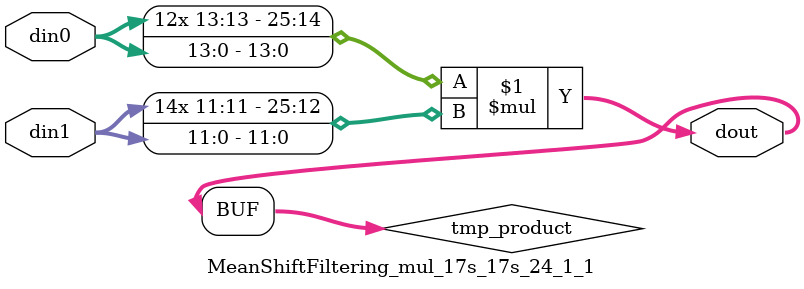
<source format=v>

`timescale 1 ns / 1 ps

  module MeanShiftFiltering_mul_17s_17s_24_1_1(din0, din1, dout);
parameter ID = 1;
parameter NUM_STAGE = 0;
parameter din0_WIDTH = 14;
parameter din1_WIDTH = 12;
parameter dout_WIDTH = 26;

input [din0_WIDTH - 1 : 0] din0; 
input [din1_WIDTH - 1 : 0] din1; 
output [dout_WIDTH - 1 : 0] dout;

wire signed [dout_WIDTH - 1 : 0] tmp_product;













assign tmp_product = $signed(din0) * $signed(din1);








assign dout = tmp_product;







endmodule

</source>
